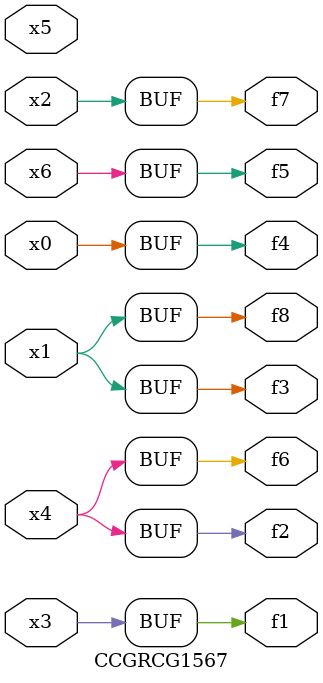
<source format=v>
module CCGRCG1567(
	input x0, x1, x2, x3, x4, x5, x6,
	output f1, f2, f3, f4, f5, f6, f7, f8
);
	assign f1 = x3;
	assign f2 = x4;
	assign f3 = x1;
	assign f4 = x0;
	assign f5 = x6;
	assign f6 = x4;
	assign f7 = x2;
	assign f8 = x1;
endmodule

</source>
